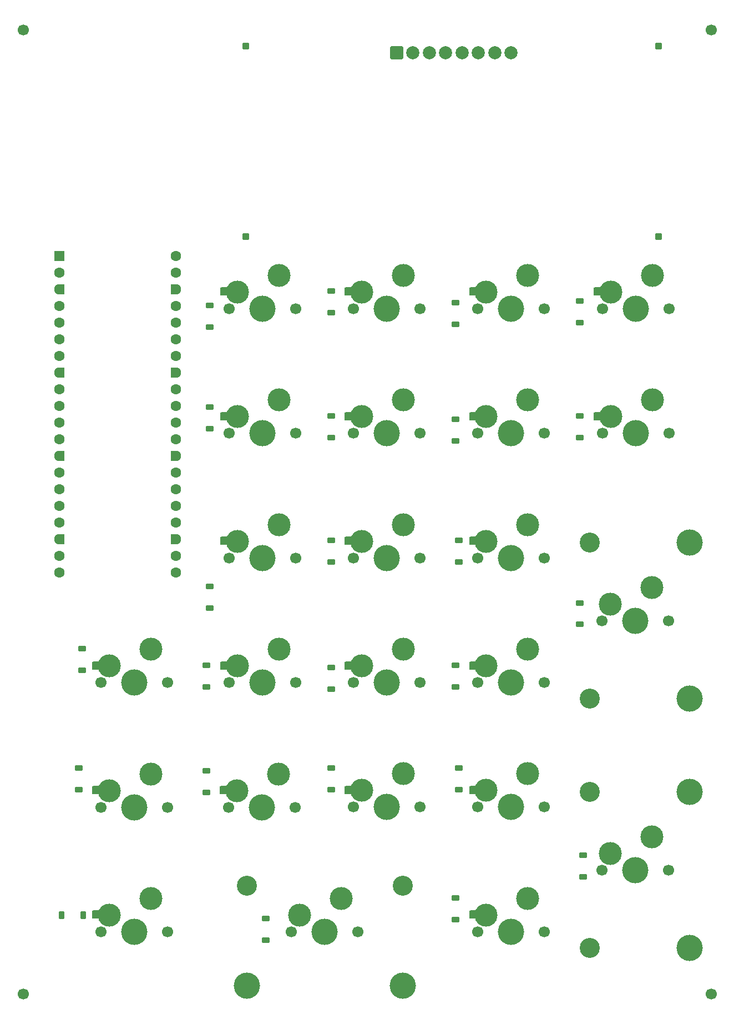
<source format=gbr>
%TF.GenerationSoftware,KiCad,Pcbnew,9.0.2+dfsg-1*%
%TF.CreationDate,2025-10-06T22:07:28-05:00*%
%TF.ProjectId,numpad,6e756d70-6164-42e6-9b69-6361645f7063,rev?*%
%TF.SameCoordinates,Original*%
%TF.FileFunction,Soldermask,Top*%
%TF.FilePolarity,Negative*%
%FSLAX46Y46*%
G04 Gerber Fmt 4.6, Leading zero omitted, Abs format (unit mm)*
G04 Created by KiCad (PCBNEW 9.0.2+dfsg-1) date 2025-10-06 22:07:28*
%MOMM*%
%LPD*%
G01*
G04 APERTURE LIST*
G04 Aperture macros list*
%AMRoundRect*
0 Rectangle with rounded corners*
0 $1 Rounding radius*
0 $2 $3 $4 $5 $6 $7 $8 $9 X,Y pos of 4 corners*
0 Add a 4 corners polygon primitive as box body*
4,1,4,$2,$3,$4,$5,$6,$7,$8,$9,$2,$3,0*
0 Add four circle primitives for the rounded corners*
1,1,$1+$1,$2,$3*
1,1,$1+$1,$4,$5*
1,1,$1+$1,$6,$7*
1,1,$1+$1,$8,$9*
0 Add four rect primitives between the rounded corners*
20,1,$1+$1,$2,$3,$4,$5,0*
20,1,$1+$1,$4,$5,$6,$7,0*
20,1,$1+$1,$6,$7,$8,$9,0*
20,1,$1+$1,$8,$9,$2,$3,0*%
%AMFreePoly0*
4,1,37,0.603843,0.796157,0.639018,0.796157,0.711114,0.766294,0.766294,0.711114,0.796157,0.639018,0.796157,0.603843,0.800000,0.600000,0.800000,-0.600000,0.796157,-0.603843,0.796157,-0.639018,0.766294,-0.711114,0.711114,-0.766294,0.639018,-0.796157,0.603843,-0.796157,0.600000,-0.800000,0.000000,-0.800000,0.000000,-0.796148,-0.078414,-0.796148,-0.232228,-0.765552,-0.377117,-0.705537,
-0.507515,-0.618408,-0.618408,-0.507515,-0.705537,-0.377117,-0.765552,-0.232228,-0.796148,-0.078414,-0.796148,0.078414,-0.765552,0.232228,-0.705537,0.377117,-0.618408,0.507515,-0.507515,0.618408,-0.377117,0.705537,-0.232228,0.765552,-0.078414,0.796148,0.000000,0.796148,0.000000,0.800000,0.600000,0.800000,0.603843,0.796157,0.603843,0.796157,$1*%
%AMFreePoly1*
4,1,37,0.000000,0.796148,0.078414,0.796148,0.232228,0.765552,0.377117,0.705537,0.507515,0.618408,0.618408,0.507515,0.705537,0.377117,0.765552,0.232228,0.796148,0.078414,0.796148,-0.078414,0.765552,-0.232228,0.705537,-0.377117,0.618408,-0.507515,0.507515,-0.618408,0.377117,-0.705537,0.232228,-0.765552,0.078414,-0.796148,0.000000,-0.796148,0.000000,-0.800000,-0.600000,-0.800000,
-0.603843,-0.796157,-0.639018,-0.796157,-0.711114,-0.766294,-0.766294,-0.711114,-0.796157,-0.639018,-0.796157,-0.603843,-0.800000,-0.600000,-0.800000,0.600000,-0.796157,0.603843,-0.796157,0.639018,-0.766294,0.711114,-0.711114,0.766294,-0.639018,0.796157,-0.603843,0.796157,-0.600000,0.800000,0.000000,0.800000,0.000000,0.796148,0.000000,0.796148,$1*%
G04 Aperture macros list end*
%ADD10C,1.700000*%
%ADD11RoundRect,0.150000X-0.350000X-0.350000X0.350000X-0.350000X0.350000X0.350000X-0.350000X0.350000X0*%
%ADD12RoundRect,0.250000X-0.750000X-0.750000X0.750000X-0.750000X0.750000X0.750000X-0.750000X0.750000X0*%
%ADD13C,2.000000*%
%ADD14C,4.000000*%
%ADD15C,3.500000*%
%ADD16RoundRect,0.187500X-0.437500X-0.447500X0.437500X-0.447500X0.437500X0.447500X-0.437500X0.447500X0*%
%ADD17RoundRect,0.225000X0.375000X-0.225000X0.375000X0.225000X-0.375000X0.225000X-0.375000X-0.225000X0*%
%ADD18RoundRect,0.225000X-0.375000X0.225000X-0.375000X-0.225000X0.375000X-0.225000X0.375000X0.225000X0*%
%ADD19RoundRect,0.225000X-0.225000X-0.375000X0.225000X-0.375000X0.225000X0.375000X-0.225000X0.375000X0*%
%ADD20C,3.050000*%
%ADD21RoundRect,0.200000X-0.600000X-0.600000X0.600000X-0.600000X0.600000X0.600000X-0.600000X0.600000X0*%
%ADD22C,1.600000*%
%ADD23FreePoly0,0.000000*%
%ADD24FreePoly1,0.000000*%
G04 APERTURE END LIST*
D10*
%TO.C,*%
X128000000Y-163500000D03*
%TD*%
%TO.C,*%
X23000000Y-163500000D03*
%TD*%
%TO.C,*%
X23000000Y-16500000D03*
%TD*%
%TO.C,*%
X128000000Y-16500000D03*
%TD*%
D11*
%TO.C,LCD-1*%
X57000000Y-19000000D03*
D12*
X80000000Y-20000000D03*
D11*
X57000000Y-48000000D03*
D13*
X82500000Y-20000000D03*
X85000000Y-20000000D03*
D11*
X120000000Y-48000000D03*
D13*
X87500000Y-20000000D03*
D11*
X120000000Y-19000000D03*
D13*
X90000000Y-20000000D03*
X92500000Y-20000000D03*
X95000000Y-20000000D03*
X97500000Y-20000000D03*
%TD*%
D10*
%TO.C,key-numlock*%
X54420000Y-78000000D03*
D14*
X59500000Y-78000000D03*
D10*
X64580000Y-78000000D03*
D15*
X62040000Y-72920000D03*
D16*
X53665000Y-75420000D03*
D15*
X55690000Y-75460000D03*
%TD*%
D10*
%TO.C,key-7*%
X54420000Y-97000000D03*
D14*
X59500000Y-97000000D03*
D10*
X64580000Y-97000000D03*
D15*
X62040000Y-91920000D03*
D16*
X53665000Y-94420000D03*
D15*
X55690000Y-94460000D03*
%TD*%
D10*
%TO.C,key-1*%
X54380000Y-135040000D03*
D14*
X59460000Y-135040000D03*
D10*
X64540000Y-135040000D03*
D15*
X62000000Y-129960000D03*
D16*
X53625000Y-132460000D03*
D15*
X55650000Y-132500000D03*
%TD*%
D10*
%TO.C,key-3*%
X92420000Y-135000000D03*
D14*
X97500000Y-135000000D03*
D10*
X102580000Y-135000000D03*
D15*
X100040000Y-129920000D03*
D16*
X91665000Y-132420000D03*
D15*
X93690000Y-132460000D03*
%TD*%
D10*
%TO.C,key-m7*%
X34920000Y-116000000D03*
D14*
X40000000Y-116000000D03*
D10*
X45080000Y-116000000D03*
D15*
X42540000Y-110920000D03*
D16*
X34165000Y-113420000D03*
D15*
X36190000Y-113460000D03*
%TD*%
D10*
%TO.C,key-5*%
X73420000Y-116000000D03*
D14*
X78500000Y-116000000D03*
D10*
X83580000Y-116000000D03*
D15*
X81040000Y-110920000D03*
D16*
X72665000Y-113420000D03*
D15*
X74690000Y-113460000D03*
%TD*%
D10*
%TO.C,key-8*%
X73420000Y-97000000D03*
D14*
X78500000Y-97000000D03*
D10*
X83580000Y-97000000D03*
D15*
X81040000Y-91920000D03*
D16*
X72665000Y-94420000D03*
D15*
X74690000Y-94460000D03*
%TD*%
D10*
%TO.C,key-minus*%
X111420000Y-78000000D03*
D14*
X116500000Y-78000000D03*
D10*
X121580000Y-78000000D03*
D15*
X119040000Y-72920000D03*
D16*
X110665000Y-75420000D03*
D15*
X112690000Y-75460000D03*
%TD*%
D10*
%TO.C,key-m2*%
X73420000Y-59000000D03*
D14*
X78500000Y-59000000D03*
D10*
X83580000Y-59000000D03*
D15*
X81040000Y-53920000D03*
D16*
X72665000Y-56420000D03*
D15*
X74690000Y-56460000D03*
%TD*%
D10*
%TO.C,key-m4*%
X111420000Y-59000000D03*
D14*
X116500000Y-59000000D03*
D10*
X121580000Y-59000000D03*
D15*
X119040000Y-53920000D03*
D16*
X110665000Y-56420000D03*
D15*
X112690000Y-56460000D03*
%TD*%
D10*
%TO.C,key-6*%
X92420000Y-116000000D03*
D14*
X97500000Y-116000000D03*
D10*
X102580000Y-116000000D03*
D15*
X100040000Y-110920000D03*
D16*
X91665000Y-113420000D03*
D15*
X93690000Y-113460000D03*
%TD*%
D10*
%TO.C,key-multiply*%
X92420000Y-78000000D03*
D14*
X97500000Y-78000000D03*
D10*
X102580000Y-78000000D03*
D15*
X100040000Y-72920000D03*
D16*
X91665000Y-75420000D03*
D15*
X93690000Y-75460000D03*
%TD*%
D10*
%TO.C,key-4*%
X54420000Y-116000000D03*
D14*
X59500000Y-116000000D03*
D10*
X64580000Y-116000000D03*
D15*
X62040000Y-110920000D03*
D16*
X53665000Y-113420000D03*
D15*
X55690000Y-113460000D03*
%TD*%
D10*
%TO.C,key-9*%
X92420000Y-97000000D03*
D14*
X97500000Y-97000000D03*
D10*
X102580000Y-97000000D03*
D15*
X100040000Y-91920000D03*
D16*
X91665000Y-94420000D03*
D15*
X93690000Y-94460000D03*
%TD*%
D10*
%TO.C,key-m1*%
X54420000Y-59000000D03*
D14*
X59500000Y-59000000D03*
D10*
X64580000Y-59000000D03*
D15*
X62040000Y-53920000D03*
D16*
X53665000Y-56420000D03*
D15*
X55690000Y-56460000D03*
%TD*%
D10*
%TO.C,key-m3*%
X92420000Y-59000000D03*
D14*
X97500000Y-59000000D03*
D10*
X102580000Y-59000000D03*
D15*
X100040000Y-53920000D03*
D16*
X91665000Y-56420000D03*
D15*
X93690000Y-56460000D03*
%TD*%
D10*
%TO.C,key-divide*%
X73420000Y-78000000D03*
D14*
X78500000Y-78000000D03*
D10*
X83580000Y-78000000D03*
D15*
X81040000Y-72920000D03*
D16*
X72665000Y-75420000D03*
D15*
X74690000Y-75460000D03*
%TD*%
D10*
%TO.C,key-del*%
X92420000Y-154000000D03*
D14*
X97500000Y-154000000D03*
D10*
X102580000Y-154000000D03*
D15*
X100040000Y-148920000D03*
D16*
X91665000Y-151420000D03*
D15*
X93690000Y-151460000D03*
%TD*%
D10*
%TO.C,key-2*%
X73420000Y-135000000D03*
D14*
X78500000Y-135000000D03*
D10*
X83580000Y-135000000D03*
D15*
X81040000Y-129920000D03*
D16*
X72665000Y-132420000D03*
D15*
X74690000Y-132460000D03*
%TD*%
D10*
%TO.C,key-m5*%
X34920000Y-154000000D03*
D14*
X40000000Y-154000000D03*
D10*
X45080000Y-154000000D03*
D15*
X42540000Y-148920000D03*
D16*
X34165000Y-151420000D03*
D15*
X36190000Y-151460000D03*
%TD*%
D10*
%TO.C,key-m6*%
X34920000Y-135040000D03*
D14*
X40000000Y-135040000D03*
D10*
X45080000Y-135040000D03*
D15*
X42540000Y-129960000D03*
D16*
X34165000Y-132460000D03*
D15*
X36190000Y-132500000D03*
%TD*%
D17*
%TO.C,D-m1*%
X51500000Y-61800000D03*
X51500000Y-58500000D03*
%TD*%
%TO.C,D-m2*%
X70000000Y-59650000D03*
X70000000Y-56350000D03*
%TD*%
D18*
%TO.C,D-m7*%
X32000000Y-110850000D03*
X32000000Y-114150000D03*
%TD*%
D17*
%TO.C,D-enter*%
X108500000Y-145650000D03*
X108500000Y-142350000D03*
%TD*%
D18*
%TO.C,D-m6*%
X31500000Y-129000000D03*
X31500000Y-132300000D03*
%TD*%
D17*
%TO.C,D-divide*%
X70000000Y-78650000D03*
X70000000Y-75350000D03*
%TD*%
D19*
%TO.C,D-m5*%
X28850000Y-151500000D03*
X32150000Y-151500000D03*
%TD*%
D17*
%TO.C,D-m4*%
X108000000Y-61150000D03*
X108000000Y-57850000D03*
%TD*%
%TO.C,D-7*%
X51500000Y-104650000D03*
X51500000Y-101350000D03*
%TD*%
%TO.C,D-m3*%
X89000000Y-61400000D03*
X89000000Y-58100000D03*
%TD*%
%TO.C,D-multiply*%
X89000000Y-79150000D03*
X89000000Y-75850000D03*
%TD*%
D18*
%TO.C,D-3*%
X89500000Y-129000000D03*
X89500000Y-132300000D03*
%TD*%
D17*
%TO.C,D-6*%
X89000000Y-116650000D03*
X89000000Y-113350000D03*
%TD*%
D20*
%TO.C,key-enter*%
X109460000Y-132680000D03*
X109460000Y-156480000D03*
D10*
X111380000Y-144580000D03*
D14*
X116460000Y-144580000D03*
D10*
X121540000Y-144580000D03*
D14*
X124700000Y-132680000D03*
X124700000Y-156480000D03*
D15*
X119000000Y-139500000D03*
X112650000Y-142040000D03*
%TD*%
D17*
%TO.C,D-plus*%
X108000000Y-107150000D03*
X108000000Y-103850000D03*
%TD*%
%TO.C,D-8*%
X70000000Y-97650000D03*
X70000000Y-94350000D03*
%TD*%
D18*
%TO.C,D-1*%
X51000000Y-129500000D03*
X51000000Y-132800000D03*
%TD*%
D20*
%TO.C,key-plus*%
X109460000Y-94680000D03*
X109460000Y-118480000D03*
D10*
X111380000Y-106580000D03*
D14*
X116460000Y-106580000D03*
D10*
X121540000Y-106580000D03*
D14*
X124700000Y-94680000D03*
X124700000Y-118480000D03*
D15*
X119000000Y-101500000D03*
X112650000Y-104040000D03*
%TD*%
D17*
%TO.C,D-9*%
X89500000Y-97650000D03*
X89500000Y-94350000D03*
%TD*%
D21*
%TO.C,RPI-PICO*%
X28500000Y-51000000D03*
D22*
X28500000Y-53540000D03*
D23*
X28500000Y-56080000D03*
D22*
X28500000Y-58620000D03*
X28500000Y-61160000D03*
X28500000Y-63700000D03*
X28500000Y-66240000D03*
D23*
X28500000Y-68780000D03*
D22*
X28500000Y-71320000D03*
X28500000Y-73860000D03*
X28500000Y-76400000D03*
X28500000Y-78940000D03*
D23*
X28500000Y-81480000D03*
D22*
X28500000Y-84020000D03*
X28500000Y-86560000D03*
X28500000Y-89100000D03*
X28500000Y-91640000D03*
D23*
X28500000Y-94180000D03*
D22*
X28500000Y-96720000D03*
X28500000Y-99260000D03*
X46280000Y-99260000D03*
X46280000Y-96720000D03*
D24*
X46280000Y-94180000D03*
D22*
X46280000Y-91640000D03*
X46280000Y-89100000D03*
X46280000Y-86560000D03*
X46280000Y-84020000D03*
D24*
X46280000Y-81480000D03*
D22*
X46280000Y-78940000D03*
X46280000Y-76400000D03*
X46280000Y-73860000D03*
X46280000Y-71320000D03*
D24*
X46280000Y-68780000D03*
D22*
X46280000Y-66240000D03*
X46280000Y-63700000D03*
X46280000Y-61160000D03*
X46280000Y-58620000D03*
D24*
X46280000Y-56080000D03*
D22*
X46280000Y-53540000D03*
X46280000Y-51000000D03*
%TD*%
D20*
%TO.C,key-zero*%
X57150000Y-146975000D03*
D14*
X57150000Y-162215000D03*
D10*
X63970000Y-153975000D03*
D14*
X69050000Y-153975000D03*
D10*
X74130000Y-153975000D03*
D20*
X80950000Y-146975000D03*
D14*
X80950000Y-162215000D03*
D15*
X71590000Y-148895000D03*
X65240000Y-151435000D03*
%TD*%
D18*
%TO.C,D-del*%
X89000000Y-148850000D03*
X89000000Y-152150000D03*
%TD*%
D17*
%TO.C,D-numlock*%
X51500000Y-77300000D03*
X51500000Y-74000000D03*
%TD*%
D18*
%TO.C,D-2*%
X70000000Y-129000000D03*
X70000000Y-132300000D03*
%TD*%
D17*
%TO.C,D-4*%
X51000000Y-116650000D03*
X51000000Y-113350000D03*
%TD*%
%TO.C,D-5*%
X70000000Y-117000000D03*
X70000000Y-113700000D03*
%TD*%
%TO.C,D-minus*%
X108000000Y-78650000D03*
X108000000Y-75350000D03*
%TD*%
%TO.C,D-zero*%
X60000000Y-155300000D03*
X60000000Y-152000000D03*
%TD*%
M02*

</source>
